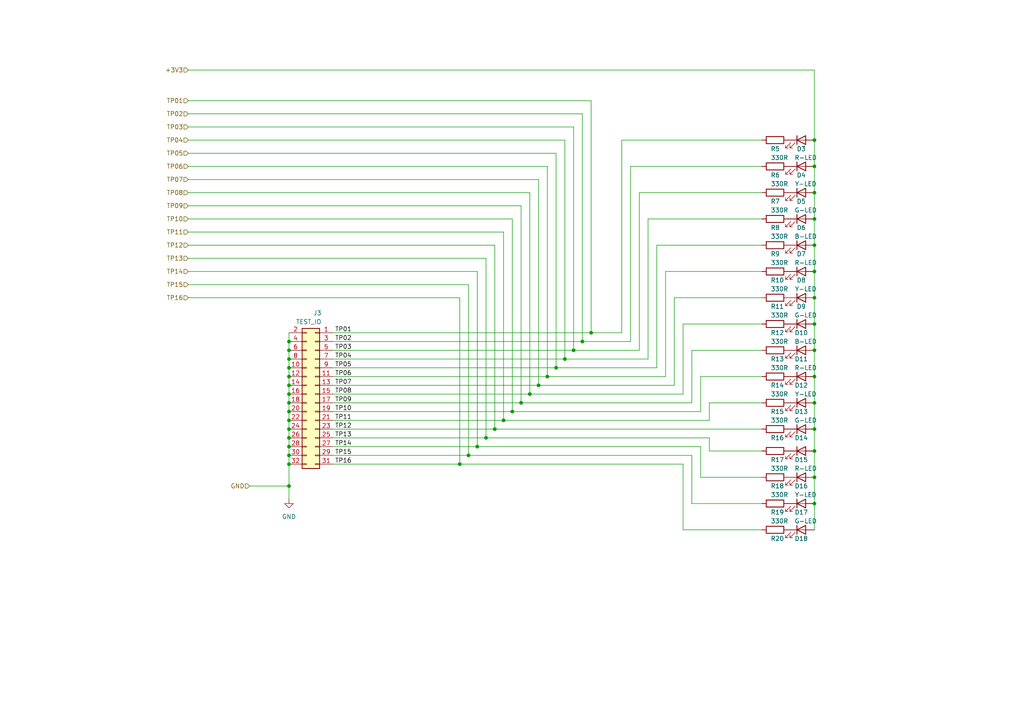
<source format=kicad_sch>
(kicad_sch (version 20230121) (generator eeschema)
  (paper "A4")
  (title_block (title "Test Points") (date "2024-01-10") (rev "R0.1") (company "Up&Up") (comment 1 "Engineer: Pooh Cook") (comment 2 "Waddle Test Design"))
  (lib_symbols
    (symbol "Connector_Generic:Conn_02x16_Odd_Even" (pin_names (offset 1.016) hide)
      (property "Reference" "J" (at 1.27 20.32 0))
      (property "Value" "Conn_02x16_Odd_Even" (at 1.27 -22.86 0))
      (symbol "Conn_02x16_Odd_Even_1_1"
        (rectangle (start -1.27 -20.193) (end 0 -20.447) (stroke (width 0.1524)))
        (rectangle (start -1.27 -17.653) (end 0 -17.907) (stroke (width 0.1524)))
        (rectangle (start -1.27 -15.113) (end 0 -15.367) (stroke (width 0.1524)))
        (rectangle (start -1.27 -12.573) (end 0 -12.827) (stroke (width 0.1524)))
        (rectangle (start -1.27 -10.033) (end 0 -10.287) (stroke (width 0.1524)))
        (rectangle (start -1.27 -7.493) (end 0 -7.747) (stroke (width 0.1524)))
        (rectangle (start -1.27 -4.953) (end 0 -5.207) (stroke (width 0.1524)))
        (rectangle (start -1.27 -2.413) (end 0 -2.667) (stroke (width 0.1524)))
        (rectangle (start -1.27 0.127) (end 0 -0.127) (stroke (width 0.1524)))
        (rectangle (start -1.27 2.667) (end 0 2.413) (stroke (width 0.1524)))
        (rectangle (start -1.27 5.207) (end 0 4.953) (stroke (width 0.1524)))
        (rectangle (start -1.27 7.747) (end 0 7.493) (stroke (width 0.1524)))
        (rectangle (start -1.27 10.287) (end 0 10.033) (stroke (width 0.1524)))
        (rectangle (start -1.27 12.827) (end 0 12.573) (stroke (width 0.1524)))
        (rectangle (start -1.27 15.367) (end 0 15.113) (stroke (width 0.1524)))
        (rectangle (start -1.27 17.907) (end 0 17.653) (stroke (width 0.1524)))
        (rectangle (start -1.27 19.05) (end 3.81 -21.59) (stroke (width 0.254)) (fill (type background)))
        (rectangle (start 3.81 -20.193) (end 2.54 -20.447) (stroke (width 0.1524)))
        (rectangle (start 3.81 -17.653) (end 2.54 -17.907) (stroke (width 0.1524)))
        (rectangle (start 3.81 -15.113) (end 2.54 -15.367) (stroke (width 0.1524)))
        (rectangle (start 3.81 -12.573) (end 2.54 -12.827) (stroke (width 0.1524)))
        (rectangle (start 3.81 -10.033) (end 2.54 -10.287) (stroke (width 0.1524)))
        (rectangle (start 3.81 -7.493) (end 2.54 -7.747) (stroke (width 0.1524)))
        (rectangle (start 3.81 -4.953) (end 2.54 -5.207) (stroke (width 0.1524)))
        (rectangle (start 3.81 -2.413) (end 2.54 -2.667) (stroke (width 0.1524)))
        (rectangle (start 3.81 0.127) (end 2.54 -0.127) (stroke (width 0.1524)))
        (rectangle (start 3.81 2.667) (end 2.54 2.413) (stroke (width 0.1524)))
        (rectangle (start 3.81 5.207) (end 2.54 4.953) (stroke (width 0.1524)))
        (rectangle (start 3.81 7.747) (end 2.54 7.493) (stroke (width 0.1524)))
        (rectangle (start 3.81 10.287) (end 2.54 10.033) (stroke (width 0.1524)))
        (rectangle (start 3.81 12.827) (end 2.54 12.573) (stroke (width 0.1524)))
        (rectangle (start 3.81 15.367) (end 2.54 15.113) (stroke (width 0.1524)))
        (rectangle (start 3.81 17.907) (end 2.54 17.653) (stroke (width 0.1524)))
        (pin passive line (at -5.08 17.78 0) (length 3.81) (name "Pin_1") (number "1"))
        (pin passive line (at 7.62 7.62 180) (length 3.81) (name "Pin_10") (number "10"))
        (pin passive line (at -5.08 5.08 0) (length 3.81) (name "Pin_11") (number "11"))
        (pin passive line (at 7.62 5.08 180) (length 3.81) (name "Pin_12") (number "12"))
        (pin passive line (at -5.08 2.54 0) (length 3.81) (name "Pin_13") (number "13"))
        (pin passive line (at 7.62 2.54 180) (length 3.81) (name "Pin_14") (number "14"))
        (pin passive line (at -5.08 0 0) (length 3.81) (name "Pin_15") (number "15"))
        (pin passive line (at 7.62 0 180) (length 3.81) (name "Pin_16") (number "16"))
        (pin passive line (at -5.08 -2.54 0) (length 3.81) (name "Pin_17") (number "17"))
        (pin passive line (at 7.62 -2.54 180) (length 3.81) (name "Pin_18") (number "18"))
        (pin passive line (at -5.08 -5.08 0) (length 3.81) (name "Pin_19") (number "19"))
        (pin passive line (at 7.62 17.78 180) (length 3.81) (name "Pin_2") (number "2"))
        (pin passive line (at 7.62 -5.08 180) (length 3.81) (name "Pin_20") (number "20"))
        (pin passive line (at -5.08 -7.62 0) (length 3.81) (name "Pin_21") (number "21"))
        (pin passive line (at 7.62 -7.62 180) (length 3.81) (name "Pin_22") (number "22"))
        (pin passive line (at -5.08 -10.16 0) (length 3.81) (name "Pin_23") (number "23"))
        (pin passive line (at 7.62 -10.16 180) (length 3.81) (name "Pin_24") (number "24"))
        (pin passive line (at -5.08 -12.7 0) (length 3.81) (name "Pin_25") (number "25"))
        (pin passive line (at 7.62 -12.7 180) (length 3.81) (name "Pin_26") (number "26"))
        (pin passive line (at -5.08 -15.24 0) (length 3.81) (name "Pin_27") (number "27"))
        (pin passive line (at 7.62 -15.24 180) (length 3.81) (name "Pin_28") (number "28"))
        (pin passive line (at -5.08 -17.78 0) (length 3.81) (name "Pin_29") (number "29"))
        (pin passive line (at -5.08 15.24 0) (length 3.81) (name "Pin_3") (number "3"))
        (pin passive line (at 7.62 -17.78 180) (length 3.81) (name "Pin_30") (number "30"))
        (pin passive line (at -5.08 -20.32 0) (length 3.81) (name "Pin_31") (number "31"))
        (pin passive line (at 7.62 -20.32 180) (length 3.81) (name "Pin_32") (number "32"))
        (pin passive line (at 7.62 15.24 180) (length 3.81) (name "Pin_4") (number "4"))
        (pin passive line (at -5.08 12.7 0) (length 3.81) (name "Pin_5") (number "5"))
        (pin passive line (at 7.62 12.7 180) (length 3.81) (name "Pin_6") (number "6"))
        (pin passive line (at -5.08 10.16 0) (length 3.81) (name "Pin_7") (number "7"))
        (pin passive line (at 7.62 10.16 180) (length 3.81) (name "Pin_8") (number "8"))
        (pin passive line (at -5.08 7.62 0) (length 3.81) (name "Pin_9") (number "9"))
      )
    )
    (symbol "Device:LED" (pin_numbers hide) (pin_names (offset 1.016) hide)
      (property "Reference" "D" (at 0 2.54 0))
      (property "Value" "LED" (at 0 -2.54 0))
      (symbol "LED_0_1"
        (polyline (pts (xy -1.27 -1.27) (xy -1.27 1.27)) (stroke (width 0.254)))
        (polyline (pts (xy -1.27 0) (xy 1.27 0)))
        (polyline (pts (xy 1.27 -1.27) (xy 1.27 1.27) (xy -1.27 0) (xy 1.27 -1.27)) (stroke (width 0.254)))
        (polyline (pts (xy -3.048 -0.762) (xy -4.572 -2.286) (xy -3.81 -2.286) (xy -4.572 -2.286) (xy -4.572 -1.524)))
        (polyline (pts (xy -1.778 -0.762) (xy -3.302 -2.286) (xy -2.54 -2.286) (xy -3.302 -2.286) (xy -3.302 -1.524)))
      )
      (symbol "LED_1_1"
        (pin passive line (at -3.81 0 0) (length 2.54) (name "K") (number "1"))
        (pin passive line (at 3.81 0 180) (length 2.54) (name "A") (number "2"))
      )
    )
    (symbol "Device:R" (pin_numbers hide) (pin_names (offset 0))
      (property "Reference" "R" (at 2.032 0 90))
      (property "Value" "R" (at 0 0 90))
      (symbol "R_0_1"
        (rectangle (start -1.016 -2.54) (end 1.016 2.54) (stroke (width 0.254)))
      )
      (symbol "R_1_1"
        (pin passive line (at 0 3.81 270) (length 1.27) (name "~") (number "1"))
        (pin passive line (at 0 -3.81 90) (length 1.27) (name "~") (number "2"))
      )
    )
    (symbol "power:GND" (power) (pin_names (offset 0))
      (property "Value" "GND" (at 0 -3.81 0))
      (symbol "GND_0_1"
        (polyline (pts (xy 0 0) (xy 0 -1.27) (xy 1.27 -1.27) (xy 0 -2.54) (xy -1.27 -1.27) (xy 0 -1.27)))
      )
      (symbol "GND_1_1"
        (pin power_in line (at 0 0 270) (length 0) hide (name "GND") (number "1"))
      )
    )
  )
  (junction (at 83.82 114.3))
  (junction (at 140.97 127))
  (junction (at 163.83 104.14))
  (junction (at 236.22 55.88))
  (junction (at 133.35 134.62))
  (junction (at 156.21 111.76))
  (junction (at 236.22 138.43))
  (junction (at 236.22 109.22))
  (junction (at 83.82 99.06))
  (junction (at 148.59 119.38))
  (junction (at 146.05 121.92))
  (junction (at 143.51 124.46))
  (junction (at 83.82 111.76))
  (junction (at 83.82 132.08))
  (junction (at 236.22 146.05))
  (junction (at 83.82 119.38))
  (junction (at 236.22 48.26))
  (junction (at 138.43 129.54))
  (junction (at 236.22 63.5))
  (junction (at 161.29 106.68))
  (junction (at 236.22 93.98))
  (junction (at 236.22 40.64))
  (junction (at 83.82 116.84))
  (junction (at 158.75 109.22))
  (junction (at 236.22 124.46))
  (junction (at 171.45 96.52))
  (junction (at 83.82 134.62))
  (junction (at 168.91 99.06))
  (junction (at 83.82 101.6))
  (junction (at 166.37 101.6))
  (junction (at 83.82 109.22))
  (junction (at 236.22 130.81))
  (junction (at 236.22 86.36))
  (junction (at 83.82 124.46))
  (junction (at 135.89 132.08))
  (junction (at 83.82 106.68))
  (junction (at 83.82 129.54))
  (junction (at 236.22 71.12))
  (junction (at 83.82 127))
  (junction (at 83.82 121.92))
  (junction (at 236.22 78.74))
  (junction (at 83.82 104.14))
  (junction (at 236.22 101.6))
  (junction (at 153.67 114.3))
  (junction (at 83.82 140.97))
  (junction (at 151.13 116.84))
  (junction (at 236.22 116.84))
  (wire (pts (xy 187.96 104.14) (xy 187.96 63.5)))
  (wire (pts (xy 54.61 71.12) (xy 143.51 71.12)))
  (wire (pts (xy 54.61 55.88) (xy 153.67 55.88)))
  (wire (pts (xy 182.88 99.06) (xy 182.88 48.26)))
  (wire (pts (xy 138.43 78.74) (xy 138.43 129.54)))
  (wire (pts (xy 198.12 93.98) (xy 220.98 93.98)))
  (wire (pts (xy 153.67 55.88) (xy 153.67 114.3)))
  (wire (pts (xy 200.66 146.05) (xy 220.98 146.05)))
  (wire (pts (xy 54.61 59.69) (xy 151.13 59.69)))
  (wire (pts (xy 236.22 146.05) (xy 236.22 153.67)))
  (wire (pts (xy 236.22 55.88) (xy 236.22 63.5)))
  (wire (pts (xy 54.61 36.83) (xy 166.37 36.83)))
  (wire (pts (xy 166.37 101.6) (xy 185.42 101.6)))
  (wire (pts (xy 138.43 129.54) (xy 96.52 129.54)))
  (wire (pts (xy 96.52 99.06) (xy 168.91 99.06)))
  (wire (pts (xy 135.89 132.08) (xy 200.66 132.08)))
  (wire (pts (xy 236.22 71.12) (xy 236.22 78.74)))
  (wire (pts (xy 236.22 86.36) (xy 236.22 93.98)))
  (wire (pts (xy 54.61 44.45) (xy 161.29 44.45)))
  (wire (pts (xy 96.52 121.92) (xy 146.05 121.92)))
  (wire (pts (xy 236.22 63.5) (xy 236.22 71.12)))
  (wire (pts (xy 200.66 132.08) (xy 200.66 146.05)))
  (wire (pts (xy 151.13 59.69) (xy 151.13 116.84)))
  (wire (pts (xy 96.52 101.6) (xy 166.37 101.6)))
  (wire (pts (xy 161.29 44.45) (xy 161.29 106.68)))
  (wire (pts (xy 54.61 67.31) (xy 146.05 67.31)))
  (wire (pts (xy 96.52 116.84) (xy 151.13 116.84)))
  (wire (pts (xy 205.74 127) (xy 205.74 130.81)))
  (wire (pts (xy 185.42 55.88) (xy 220.98 55.88)))
  (wire (pts (xy 205.74 121.92) (xy 205.74 116.84)))
  (wire (pts (xy 161.29 106.68) (xy 190.5 106.68)))
  (wire (pts (xy 236.22 124.46) (xy 236.22 130.81)))
  (wire (pts (xy 96.52 127) (xy 140.97 127)))
  (wire (pts (xy 203.2 119.38) (xy 203.2 109.22)))
  (wire (pts (xy 96.52 124.46) (xy 143.51 124.46)))
  (wire (pts (xy 158.75 109.22) (xy 193.04 109.22)))
  (wire (pts (xy 171.45 96.52) (xy 180.34 96.52)))
  (wire (pts (xy 54.61 52.07) (xy 156.21 52.07)))
  (wire (pts (xy 156.21 52.07) (xy 156.21 111.76)))
  (wire (pts (xy 195.58 86.36) (xy 220.98 86.36)))
  (wire (pts (xy 190.5 106.68) (xy 190.5 71.12)))
  (wire (pts (xy 96.52 109.22) (xy 158.75 109.22)))
  (wire (pts (xy 83.82 104.14) (xy 83.82 106.68)))
  (wire (pts (xy 133.35 134.62) (xy 198.12 134.62)))
  (wire (pts (xy 151.13 116.84) (xy 200.66 116.84)))
  (wire (pts (xy 83.82 114.3) (xy 83.82 116.84)))
  (wire (pts (xy 83.82 96.52) (xy 83.82 99.06)))
  (wire (pts (xy 198.12 114.3) (xy 198.12 93.98)))
  (wire (pts (xy 83.82 140.97) (xy 83.82 144.78)))
  (wire (pts (xy 143.51 124.46) (xy 220.98 124.46)))
  (wire (pts (xy 203.2 138.43) (xy 203.2 129.54)))
  (wire (pts (xy 158.75 48.26) (xy 158.75 109.22)))
  (wire (pts (xy 236.22 93.98) (xy 236.22 101.6)))
  (wire (pts (xy 133.35 134.62) (xy 96.52 134.62)))
  (wire (pts (xy 96.52 96.52) (xy 171.45 96.52)))
  (wire (pts (xy 54.61 86.36) (xy 133.35 86.36)))
  (wire (pts (xy 96.52 106.68) (xy 161.29 106.68)))
  (wire (pts (xy 236.22 48.26) (xy 236.22 40.64)))
  (wire (pts (xy 140.97 127) (xy 205.74 127)))
  (wire (pts (xy 205.74 116.84) (xy 220.98 116.84)))
  (wire (pts (xy 54.61 78.74) (xy 138.43 78.74)))
  (wire (pts (xy 133.35 86.36) (xy 133.35 134.62)))
  (wire (pts (xy 54.61 63.5) (xy 148.59 63.5)))
  (wire (pts (xy 148.59 119.38) (xy 203.2 119.38)))
  (wire (pts (xy 96.52 104.14) (xy 163.83 104.14)))
  (wire (pts (xy 156.21 111.76) (xy 195.58 111.76)))
  (wire (pts (xy 236.22 20.32) (xy 54.61 20.32)))
  (wire (pts (xy 96.52 111.76) (xy 156.21 111.76)))
  (wire (pts (xy 180.34 96.52) (xy 180.34 40.64)))
  (wire (pts (xy 166.37 36.83) (xy 166.37 101.6)))
  (wire (pts (xy 83.82 134.62) (xy 83.82 140.97)))
  (wire (pts (xy 83.82 124.46) (xy 83.82 127)))
  (wire (pts (xy 83.82 132.08) (xy 83.82 134.62)))
  (wire (pts (xy 148.59 63.5) (xy 148.59 119.38)))
  (wire (pts (xy 163.83 104.14) (xy 187.96 104.14)))
  (wire (pts (xy 83.82 129.54) (xy 83.82 132.08)))
  (wire (pts (xy 182.88 48.26) (xy 220.98 48.26)))
  (wire (pts (xy 220.98 153.67) (xy 198.12 153.67)))
  (wire (pts (xy 54.61 82.55) (xy 135.89 82.55)))
  (wire (pts (xy 168.91 33.02) (xy 168.91 99.06)))
  (wire (pts (xy 171.45 29.21) (xy 171.45 96.52)))
  (wire (pts (xy 138.43 129.54) (xy 203.2 129.54)))
  (wire (pts (xy 83.82 116.84) (xy 83.82 119.38)))
  (wire (pts (xy 83.82 101.6) (xy 83.82 104.14)))
  (wire (pts (xy 185.42 101.6) (xy 185.42 55.88)))
  (wire (pts (xy 193.04 78.74) (xy 220.98 78.74)))
  (wire (pts (xy 153.67 114.3) (xy 198.12 114.3)))
  (wire (pts (xy 96.52 132.08) (xy 135.89 132.08)))
  (wire (pts (xy 195.58 111.76) (xy 195.58 86.36)))
  (wire (pts (xy 54.61 33.02) (xy 168.91 33.02)))
  (wire (pts (xy 236.22 20.32) (xy 236.22 40.64)))
  (wire (pts (xy 200.66 116.84) (xy 200.66 101.6)))
  (wire (pts (xy 140.97 74.93) (xy 140.97 127)))
  (wire (pts (xy 54.61 29.21) (xy 171.45 29.21)))
  (wire (pts (xy 200.66 101.6) (xy 220.98 101.6)))
  (wire (pts (xy 236.22 109.22) (xy 236.22 116.84)))
  (wire (pts (xy 236.22 116.84) (xy 236.22 124.46)))
  (wire (pts (xy 203.2 109.22) (xy 220.98 109.22)))
  (wire (pts (xy 190.5 71.12) (xy 220.98 71.12)))
  (wire (pts (xy 135.89 82.55) (xy 135.89 132.08)))
  (wire (pts (xy 83.82 127) (xy 83.82 129.54)))
  (wire (pts (xy 220.98 138.43) (xy 203.2 138.43)))
  (wire (pts (xy 83.82 111.76) (xy 83.82 114.3)))
  (wire (pts (xy 143.51 71.12) (xy 143.51 124.46)))
  (wire (pts (xy 96.52 114.3) (xy 153.67 114.3)))
  (wire (pts (xy 83.82 99.06) (xy 83.82 101.6)))
  (wire (pts (xy 83.82 121.92) (xy 83.82 124.46)))
  (wire (pts (xy 180.34 40.64) (xy 220.98 40.64)))
  (wire (pts (xy 83.82 106.68) (xy 83.82 109.22)))
  (wire (pts (xy 83.82 109.22) (xy 83.82 111.76)))
  (wire (pts (xy 163.83 40.64) (xy 163.83 104.14)))
  (wire (pts (xy 54.61 40.64) (xy 163.83 40.64)))
  (wire (pts (xy 187.96 63.5) (xy 220.98 63.5)))
  (wire (pts (xy 146.05 121.92) (xy 205.74 121.92)))
  (wire (pts (xy 236.22 109.22) (xy 236.22 101.6)))
  (wire (pts (xy 168.91 99.06) (xy 182.88 99.06)))
  (wire (pts (xy 205.74 130.81) (xy 220.98 130.81)))
  (wire (pts (xy 193.04 109.22) (xy 193.04 78.74)))
  (wire (pts (xy 54.61 74.93) (xy 140.97 74.93)))
  (wire (pts (xy 236.22 78.74) (xy 236.22 86.36)))
  (wire (pts (xy 96.52 119.38) (xy 148.59 119.38)))
  (wire (pts (xy 146.05 67.31) (xy 146.05 121.92)))
  (wire (pts (xy 72.39 140.97) (xy 83.82 140.97)))
  (wire (pts (xy 236.22 138.43) (xy 236.22 130.81)))
  (wire (pts (xy 236.22 138.43) (xy 236.22 146.05)))
  (wire (pts (xy 198.12 153.67) (xy 198.12 134.62)))
  (wire (pts (xy 54.61 48.26) (xy 158.75 48.26)))
  (wire (pts (xy 236.22 48.26) (xy 236.22 55.88)))
  (wire (pts (xy 83.82 119.38) (xy 83.82 121.92)))
  (label "TP10" (at 97.155 119.38 0))
  (label "TP13" (at 97.155 127 0))
  (label "TP03" (at 97.155 101.6 0))
  (label "TP11" (at 97.155 121.92 0))
  (label "TP12" (at 97.155 124.46 0))
  (label "TP07" (at 97.155 111.76 0))
  (label "TP04" (at 97.155 104.14 0))
  (label "TP05" (at 97.155 106.68 0))
  (label "TP01" (at 97.155 96.52 0))
  (label "TP09" (at 97.155 116.84 0))
  (label "TP15" (at 97.155 132.08 0))
  (label "TP02" (at 97.155 99.06 0))
  (label "TP16" (at 97.155 134.62 0))
  (label "TP08" (at 97.155 114.3 0))
  (label "TP06" (at 97.155 109.22 0))
  (label "TP14" (at 97.155 129.54 0))
  (hierarchical_label "TP12" (shape input) (at 54.61 71.12 180))
  (hierarchical_label "TP05" (shape input) (at 54.61 44.45 180))
  (hierarchical_label "TP02" (shape input) (at 54.61 33.02 180))
  (hierarchical_label "TP04" (shape input) (at 54.61 40.64 180))
  (hierarchical_label "TP11" (shape input) (at 54.61 67.31 180))
  (hierarchical_label "GND" (shape input) (at 72.39 140.97 180))
  (hierarchical_label "TP13" (shape input) (at 54.61 74.93 180))
  (hierarchical_label "TP01" (shape input) (at 54.61 29.21 180))
  (hierarchical_label "+3V3" (shape input) (at 54.61 20.32 180))
  (hierarchical_label "TP14" (shape input) (at 54.61 78.74 180))
  (hierarchical_label "TP06" (shape input) (at 54.61 48.26 180))
  (hierarchical_label "TP10" (shape input) (at 54.61 63.5 180))
  (hierarchical_label "TP08" (shape input) (at 54.61 55.88 180))
  (hierarchical_label "TP03" (shape input) (at 54.61 36.83 180))
  (hierarchical_label "TP16" (shape input) (at 54.61 86.36 180))
  (hierarchical_label "TP07" (shape input) (at 54.61 52.07 180))
  (hierarchical_label "TP15" (shape input) (at 54.61 82.55 180))
  (hierarchical_label "TP09" (shape input) (at 54.61 59.69 180))
  (symbol (lib_id "Device:R") (at 224.79 40.64 270) (unit 1)
    (property "Reference" "R5" (at 223.52 43.18 90) (effects (justify left)))
    (property "Value" "330R" (at 223.52 45.72 90) (effects (justify left)))
    (property "Footprint" "Resistor_SMD:R_0603_1608Metric" (effects hide))
    (property "PartNumber" "0603WAF3300T5E" (effects hide))
    (property "LCSC Part Number" "C23138" (effects hide))
    (property "cost" "0.0012" (effects hide))
    (instances (project "waddle" (path "" (reference "R5") (unit 1))) (project "SCH_SB4_DevConnector" (path "" (reference "R10") (unit 1))) (project "SCH_SB4_TestFixture" (path "" (reference "R10") (unit 1))) (project "lumpy" (path "" (reference "R7") (unit 1))))
  )
  (symbol (lib_id "Device:LED") (at 232.41 40.64 0) (unit 1)
    (property "Reference" "D3" (at 232.41 43.18 0))
    (property "Value" "R-LED" (at 233.68 45.72 0))
    (property "Footprint" "Diode_SMD:D_0603_1608Metric" (effects hide))
    (property "LCSC Part Number" "C2286" (effects hide))
    (property "PartNumber" "KT-0603R" (effects hide))
    (property "cost" "0.0031" (effects hide))
    (instances (project "waddle" (path "" (reference "D3") (unit 1))) (project "SCH_SB4_DevConnector" (path "" (reference "D23") (unit 1))) (project "SCH_SB4_TestFixture" (path "" (reference "D23") (unit 1))) (project "lumpy" (path "" (reference "D4") (unit 1))))
  )
  (symbol (lib_id "Device:R") (at 224.79 48.26 270) (unit 1)
    (property "Reference" "R6" (at 223.52 50.8 90) (effects (justify left)))
    (property "Value" "330R" (at 223.52 53.34 90) (effects (justify left)))
    (property "Footprint" "Resistor_SMD:R_0603_1608Metric" (effects hide))
    (property "PartNumber" "0603WAF3300T5E" (effects hide))
    (property "LCSC Part Number" "C23138" (effects hide))
    (property "cost" "0.0012" (effects hide))
    (instances (project "waddle" (path "" (reference "R6") (unit 1))) (project "SCH_SB4_DevConnector" (path "" (reference "R11") (unit 1))) (project "SCH_SB4_TestFixture" (path "" (reference "R11") (unit 1))) (project "lumpy" (path "" (reference "R8") (unit 1))))
  )
  (symbol (lib_id "Device:LED") (at 232.41 48.26 0) (unit 1)
    (property "Reference" "D4" (at 232.41 50.8 0))
    (property "Value" "Y-LED" (at 233.68 53.34 0))
    (property "Footprint" "Diode_SMD:D_0603_1608Metric" (effects hide))
    (property "LCSC Part Number" "C72038" (effects hide))
    (property "PartNumber" "19-213/Y2C-CQ2R2L/3T(CY)" (effects hide))
    (property "cost" "0.014" (effects hide))
    (instances (project "waddle" (path "" (reference "D4") (unit 1))) (project "SCH_SB4_DevConnector" (path "" (reference "D24") (unit 1))) (project "SCH_SB4_TestFixture" (path "" (reference "D24") (unit 1))) (project "lumpy" (path "" (reference "D5") (unit 1))))
  )
  (symbol (lib_id "Device:R") (at 224.79 55.88 270) (unit 1)
    (property "Reference" "R7" (at 223.52 58.42 90) (effects (justify left)))
    (property "Value" "330R" (at 223.52 60.96 90) (effects (justify left)))
    (property "Footprint" "Resistor_SMD:R_0603_1608Metric" (effects hide))
    (property "PartNumber" "0603WAF3300T5E" (effects hide))
    (property "LCSC Part Number" "C23138" (effects hide))
    (property "cost" "0.0012" (effects hide))
    (instances (project "waddle" (path "" (reference "R7") (unit 1))) (project "SCH_SB4_DevConnector" (path "" (reference "R12") (unit 1))) (project "SCH_SB4_TestFixture" (path "" (reference "R12") (unit 1))) (project "lumpy" (path "" (reference "R9") (unit 1))))
  )
  (symbol (lib_id "Device:LED") (at 232.41 55.88 0) (unit 1)
    (property "Reference" "D5" (at 232.41 58.42 0))
    (property "Value" "G-LED" (at 233.68 60.96 0))
    (property "Footprint" "Diode_SMD:D_0603_1608Metric" (effects hide))
    (property "LCSC Part Number" "C72043" (effects hide))
    (property "PartNumber" "19-217/GHC-YR1S2/3T" (effects hide))
    (property "cost" "0.016" (effects hide))
    (instances (project "waddle" (path "" (reference "D5") (unit 1))) (project "SCH_SB4_DevConnector" (path "" (reference "D25") (unit 1))) (project "SCH_SB4_TestFixture" (path "" (reference "D25") (unit 1))) (project "lumpy" (path "" (reference "D6") (unit 1))))
  )
  (symbol (lib_id "Device:R") (at 224.79 63.5 270) (unit 1)
    (property "Reference" "R8" (at 223.52 66.04 90) (effects (justify left)))
    (property "Value" "330R" (at 223.52 68.58 90) (effects (justify left)))
    (property "Footprint" "Resistor_SMD:R_0603_1608Metric" (effects hide))
    (property "PartNumber" "0603WAF3300T5E" (effects hide))
    (property "LCSC Part Number" "C23138" (effects hide))
    (property "cost" "0.0012" (effects hide))
    (instances (project "waddle" (path "" (reference "R8") (unit 1))) (project "SCH_SB4_DevConnector" (path "" (reference "R13") (unit 1))) (project "SCH_SB4_TestFixture" (path "" (reference "R13") (unit 1))) (project "lumpy" (path "" (reference "R10") (unit 1))))
  )
  (symbol (lib_id "Device:LED") (at 232.41 63.5 0) (unit 1)
    (property "Reference" "D6" (at 232.41 66.04 0))
    (property "Value" "B-LED" (at 233.68 68.58 0))
    (property "Footprint" "Diode_SMD:D_0603_1608Metric" (effects hide))
    (property "LCSC Part Number" "C72041" (effects hide))
    (property "PartNumber" "19-217/BHC-ZL1M2RY/3T" (effects hide))
    (property "cost" "0.0111" (effects hide))
    (instances (project "waddle" (path "" (reference "D6") (unit 1))) (project "SCH_SB4_DevConnector" (path "" (reference "D26") (unit 1))) (project "SCH_SB4_TestFixture" (path "" (reference "D26") (unit 1))) (project "lumpy" (path "" (reference "D7") (unit 1))))
  )
  (symbol (lib_id "Device:R") (at 224.79 71.12 270) (unit 1)
    (property "Reference" "R9" (at 223.52 73.66 90) (effects (justify left)))
    (property "Value" "330R" (at 223.52 76.2 90) (effects (justify left)))
    (property "Footprint" "Resistor_SMD:R_0603_1608Metric" (effects hide))
    (property "PartNumber" "0603WAF3300T5E" (effects hide))
    (property "LCSC Part Number" "C23138" (effects hide))
    (property "cost" "0.0012" (effects hide))
    (instances (project "waddle" (path "" (reference "R9") (unit 1))) (project "SCH_SB4_DevConnector" (path "" (reference "R14") (unit 1))) (project "SCH_SB4_TestFixture" (path "" (reference "R14") (unit 1))) (project "lumpy" (path "" (reference "R11") (unit 1))))
  )
  (symbol (lib_id "Device:LED") (at 232.41 71.12 0) (unit 1)
    (property "Reference" "D7" (at 232.41 73.66 0))
    (property "Value" "R-LED" (at 233.68 76.2 0))
    (property "Footprint" "Diode_SMD:D_0603_1608Metric" (effects hide))
    (property "LCSC Part Number" "C2286" (effects hide))
    (property "PartNumber" "KT-0603R" (effects hide))
    (property "cost" "0.0031" (effects hide))
    (instances (project "waddle" (path "" (reference "D7") (unit 1))) (project "SCH_SB4_DevConnector" (path "" (reference "D27") (unit 1))) (project "SCH_SB4_TestFixture" (path "" (reference "D27") (unit 1))) (project "lumpy" (path "" (reference "D8") (unit 1))))
  )
  (symbol (lib_id "Device:R") (at 224.79 78.74 270) (unit 1)
    (property "Reference" "R10" (at 223.52 81.28 90) (effects (justify left)))
    (property "Value" "330R" (at 223.52 83.82 90) (effects (justify left)))
    (property "Footprint" "Resistor_SMD:R_0603_1608Metric" (effects hide))
    (property "PartNumber" "0603WAF3300T5E" (effects hide))
    (property "LCSC Part Number" "C23138" (effects hide))
    (property "cost" "0.0012" (effects hide))
    (instances (project "waddle" (path "" (reference "R10") (unit 1))) (project "SCH_SB4_DevConnector" (path "" (reference "R15") (unit 1))) (project "SCH_SB4_TestFixture" (path "" (reference "R15") (unit 1))) (project "lumpy" (path "" (reference "R12") (unit 1))))
  )
  (symbol (lib_id "Device:LED") (at 232.41 78.74 0) (unit 1)
    (property "Reference" "D8" (at 232.41 81.28 0))
    (property "Value" "Y-LED" (at 233.68 83.82 0))
    (property "Footprint" "Diode_SMD:D_0603_1608Metric" (effects hide))
    (property "LCSC Part Number" "C72038" (effects hide))
    (property "PartNumber" "19-213/Y2C-CQ2R2L/3T(CY)" (effects hide))
    (property "cost" "0.014" (effects hide))
    (instances (project "waddle" (path "" (reference "D8") (unit 1))) (project "SCH_SB4_DevConnector" (path "" (reference "D28") (unit 1))) (project "SCH_SB4_TestFixture" (path "" (reference "D28") (unit 1))) (project "lumpy" (path "" (reference "D9") (unit 1))))
  )
  (symbol (lib_id "Device:R") (at 224.79 86.36 270) (unit 1)
    (property "Reference" "R11" (at 223.52 88.9 90) (effects (justify left)))
    (property "Value" "330R" (at 223.52 91.44 90) (effects (justify left)))
    (property "Footprint" "Resistor_SMD:R_0603_1608Metric" (effects hide))
    (property "PartNumber" "0603WAF3300T5E" (effects hide))
    (property "LCSC Part Number" "C23138" (effects hide))
    (property "cost" "0.0012" (effects hide))
    (instances (project "waddle" (path "" (reference "R11") (unit 1))) (project "SCH_SB4_DevConnector" (path "" (reference "R16") (unit 1))) (project "SCH_SB4_TestFixture" (path "" (reference "R92") (unit 1))) (project "lumpy" (path "" (reference "R13") (unit 1))))
  )
  (symbol (lib_id "Device:LED") (at 232.41 86.36 0) (unit 1)
    (property "Reference" "D9" (at 232.41 88.9 0))
    (property "Value" "G-LED" (at 233.68 91.44 0))
    (property "Footprint" "Diode_SMD:D_0603_1608Metric" (effects hide))
    (property "LCSC Part Number" "C72043" (effects hide))
    (property "PartNumber" "19-217/GHC-YR1S2/3T" (effects hide))
    (property "cost" "0.016" (effects hide))
    (instances (project "waddle" (path "" (reference "D9") (unit 1))) (project "SCH_SB4_DevConnector" (path "" (reference "D29") (unit 1))) (project "SCH_SB4_TestFixture" (path "" (reference "D29") (unit 1))) (project "lumpy" (path "" (reference "D10") (unit 1))))
  )
  (symbol (lib_id "Device:R") (at 224.79 93.98 270) (unit 1)
    (property "Reference" "R12" (at 223.52 96.52 90) (effects (justify left)))
    (property "Value" "330R" (at 223.52 99.06 90) (effects (justify left)))
    (property "Footprint" "Resistor_SMD:R_0603_1608Metric" (effects hide))
    (property "PartNumber" "0603WAF3300T5E" (effects hide))
    (property "LCSC Part Number" "C23138" (effects hide))
    (property "cost" "0.0012" (effects hide))
    (instances (project "waddle" (path "" (reference "R12") (unit 1))) (project "SCH_SB4_DevConnector" (path "" (reference "R17") (unit 1))) (project "SCH_SB4_TestFixture" (path "" (reference "R93") (unit 1))) (project "lumpy" (path "" (reference "R14") (unit 1))))
  )
  (symbol (lib_id "Device:LED") (at 232.41 93.98 0) (unit 1)
    (property "Reference" "D10" (at 232.41 96.52 0))
    (property "Value" "B-LED" (at 233.68 99.06 0))
    (property "Footprint" "Diode_SMD:D_0603_1608Metric" (effects hide))
    (property "LCSC Part Number" "C72041" (effects hide))
    (property "PartNumber" "19-217/BHC-ZL1M2RY/3T" (effects hide))
    (property "cost" "0.0111" (effects hide))
    (instances (project "waddle" (path "" (reference "D10") (unit 1))) (project "SCH_SB4_DevConnector" (path "" (reference "D30") (unit 1))) (project "SCH_SB4_TestFixture" (path "" (reference "D30") (unit 1))) (project "lumpy" (path "" (reference "D11") (unit 1))))
  )
  (symbol (lib_id "Device:R") (at 224.79 130.81 270) (unit 1)
    (property "Reference" "R17" (at 223.52 133.35 90) (effects (justify left)))
    (property "Value" "330R" (at 223.52 135.89 90) (effects (justify left)))
    (property "Footprint" "Resistor_SMD:R_0603_1608Metric" (effects hide))
    (property "PartNumber" "0603WAF3300T5E" (effects hide))
    (property "LCSC Part Number" "C23138" (effects hide))
    (property "cost" "0.0012" (effects hide))
    (instances (project "waddle" (path "" (reference "R17") (unit 1))) (project "SCH_SB4_DevConnector" (path "" (reference "R2") (unit 1))) (project "SCH_SB4_TestFixture" (path "" (reference "R2") (unit 1))) (project "lumpy" (path "" (reference "R19") (unit 1))))
  )
  (symbol (lib_id "Device:R") (at 224.79 124.46 270) (unit 1)
    (property "Reference" "R16" (at 223.52 127 90) (effects (justify left)))
    (property "Value" "330R" (effects hide))
    (property "Footprint" "Resistor_SMD:R_0603_1608Metric" (effects hide))
    (property "PartNumber" "0603WAF3300T5E" (effects hide))
    (property "LCSC Part Number" "C23138" (effects hide))
    (property "cost" "0.0012" (effects hide))
    (instances (project "waddle" (path "" (reference "R16") (unit 1))) (project "SCH_SB4_DevConnector" (path "" (reference "R5") (unit 1))) (project "SCH_SB4_TestFixture" (path "" (reference "R94") (unit 1))) (project "lumpy" (path "" (reference "R18") (unit 1))))
  )
  (symbol (lib_id "power:GND") (at 83.82 144.78 0) (unit 1)
    (property "Reference" "#PWR03" (effects hide))
    (property "Value" "GND" (at 83.82 149.86 0))
    (instances (project "waddle" (path "" (reference "#PWR03") (unit 1))) (project "lumpy" (path "" (reference "#PWR015") (unit 1))))
  )
  (symbol (lib_id "Device:R") (at 224.79 146.05 270) (unit 1)
    (property "Reference" "R19" (at 223.52 148.59 90) (effects (justify left)))
    (property "Value" "330R" (at 223.52 151.13 90) (effects (justify left)))
    (property "Footprint" "Resistor_SMD:R_0603_1608Metric" (effects hide))
    (property "PartNumber" "0603WAF3300T5E" (effects hide))
    (property "LCSC Part Number" "C23138" (effects hide))
    (property "cost" "0.0012" (effects hide))
    (instances (project "waddle" (path "" (reference "R19") (unit 1))) (project "SCH_SB4_DevConnector" (path "" (reference "R4") (unit 1))) (project "SCH_SB4_TestFixture" (path "" (reference "R4") (unit 1))) (project "lumpy" (path "" (reference "R21") (unit 1))))
  )
  (symbol (lib_id "Device:R") (at 224.79 138.43 270) (unit 1)
    (property "Reference" "R18" (at 223.52 140.97 90) (effects (justify left)))
    (property "Value" "330R" (at 223.52 143.51 90) (effects (justify left)))
    (property "Footprint" "Resistor_SMD:R_0603_1608Metric" (effects hide))
    (property "PartNumber" "0603WAF3300T5E" (effects hide))
    (property "LCSC Part Number" "C23138" (effects hide))
    (property "cost" "0.0012" (effects hide))
    (instances (project "waddle" (path "" (reference "R18") (unit 1))) (project "SCH_SB4_DevConnector" (path "" (reference "R3") (unit 1))) (project "SCH_SB4_TestFixture" (path "" (reference "R3") (unit 1))) (project "lumpy" (path "" (reference "R20") (unit 1))))
  )
  (symbol (lib_id "Device:R") (at 224.79 101.6 270) (unit 1)
    (property "Reference" "R13" (at 223.52 104.14 90) (effects (justify left)))
    (property "Value" "330R" (at 223.52 106.68 90) (effects (justify left)))
    (property "Footprint" "Resistor_SMD:R_0603_1608Metric" (effects hide))
    (property "PartNumber" "0603WAF3300T5E" (effects hide))
    (property "LCSC Part Number" "C23138" (effects hide))
    (property "cost" "0.0012" (effects hide))
    (instances (project "waddle" (path "" (reference "R13") (unit 1))) (project "SCH_SB4_DevConnector" (path "" (reference "R2") (unit 1))) (project "SCH_SB4_TestFixture" (path "" (reference "R2") (unit 1))) (project "lumpy" (path "" (reference "R15") (unit 1))))
  )
  (symbol (lib_id "Device:LED") (at 232.41 116.84 0) (unit 1)
    (property "Reference" "D13" (at 232.41 119.38 0))
    (property "Value" "G-LED" (at 233.68 121.92 0))
    (property "Footprint" "Diode_SMD:D_0603_1608Metric" (effects hide))
    (property "LCSC Part Number" "C72043" (effects hide))
    (property "PartNumber" "19-217/GHC-YR1S2/3T" (effects hide))
    (property "cost" "0.016" (effects hide))
    (instances (project "waddle" (path "" (reference "D13") (unit 1))) (project "SCH_SB4_DevConnector" (path "" (reference "D15") (unit 1))) (project "SCH_SB4_TestFixture" (path "" (reference "D15") (unit 1))) (project "lumpy" (path "" (reference "D14") (unit 1))))
  )
  (symbol (lib_id "Connector_Generic:Conn_02x16_Odd_Even") (at 91.44 114.3 0) (mirror y) (unit 1)
    (property "Reference" "J3" (at 92.075 90.805 0))
    (property "Value" "TEST_IO" (at 89.535 93.345 0))
    (property "Footprint" "local:PinHeader_2x16_P2.54mm_Vertical" (effects hide))
    (instances (project "waddle" (path "" (reference "J3") (unit 1))) (project "SCH_SB4_DevConnector" (path "" (reference "J2") (unit 1))) (project "SCH_SB4_TestFixture" (path "" (reference "J7") (unit 1)) (path "" (reference "J8") (unit 1))) (project "lumpy" (path "" (reference "J7") (unit 1))))
  )
  (symbol (lib_id "Device:R") (at 224.79 116.84 270) (unit 1)
    (property "Reference" "R15" (at 223.52 119.38 90) (effects (justify left)))
    (property "Value" "330R" (at 223.52 121.92 90) (effects (justify left)))
    (property "Footprint" "Resistor_SMD:R_0603_1608Metric" (effects hide))
    (property "PartNumber" "0603WAF3300T5E" (effects hide))
    (property "LCSC Part Number" "C23138" (effects hide))
    (property "cost" "0.0012" (effects hide))
    (instances (project "waddle" (path "" (reference "R15") (unit 1))) (project "SCH_SB4_DevConnector" (path "" (reference "R4") (unit 1))) (project "SCH_SB4_TestFixture" (path "" (reference "R4") (unit 1))) (project "lumpy" (path "" (reference "R17") (unit 1))))
  )
  (symbol (lib_id "Device:LED") (at 232.41 138.43 0) (unit 1)
    (property "Reference" "D16" (at 232.41 140.97 0))
    (property "Value" "Y-LED" (at 233.68 143.51 0))
    (property "Footprint" "Diode_SMD:D_0603_1608Metric" (effects hide))
    (property "LCSC Part Number" "C72038" (effects hide))
    (property "PartNumber" "19-213/Y2C-CQ2R2L/3T(CY)" (effects hide))
    (property "cost" "0.014" (effects hide))
    (instances (project "waddle" (path "" (reference "D16") (unit 1))) (project "SCH_SB4_DevConnector" (path "" (reference "D14") (unit 1))) (project "SCH_SB4_TestFixture" (path "" (reference "D14") (unit 1))) (project "lumpy" (path "" (reference "D17") (unit 1))))
  )
  (symbol (lib_id "Device:LED") (at 232.41 153.67 0) (unit 1)
    (property "Reference" "D18" (at 232.41 156.21 0))
    (property "Value" "B-LED" (effects hide))
    (property "Footprint" "Diode_SMD:D_0603_1608Metric" (effects hide))
    (property "LCSC Part Number" "C72041" (effects hide))
    (property "PartNumber" "19-217/BHC-ZL1M2RY/3T" (effects hide))
    (property "cost" "0.0111" (effects hide))
    (instances (project "waddle" (path "" (reference "D18") (unit 1))) (project "SCH_SB4_DevConnector" (path "" (reference "D16") (unit 1))) (project "SCH_SB4_TestFixture" (path "" (reference "D16") (unit 1))) (project "lumpy" (path "" (reference "D19") (unit 1))))
  )
  (symbol (lib_id "Device:R") (at 224.79 153.67 270) (unit 1)
    (property "Reference" "R20" (at 223.52 156.21 90) (effects (justify left)))
    (property "Value" "330R" (effects hide))
    (property "Footprint" "Resistor_SMD:R_0603_1608Metric" (effects hide))
    (property "PartNumber" "0603WAF3300T5E" (effects hide))
    (property "LCSC Part Number" "C23138" (effects hide))
    (property "cost" "0.0012" (effects hide))
    (instances (project "waddle" (path "" (reference "R20") (unit 1))) (project "SCH_SB4_DevConnector" (path "" (reference "R5") (unit 1))) (project "SCH_SB4_TestFixture" (path "" (reference "R94") (unit 1))) (project "lumpy" (path "" (reference "R22") (unit 1))))
  )
  (symbol (lib_id "Device:LED") (at 232.41 146.05 0) (unit 1)
    (property "Reference" "D17" (at 232.41 148.59 0))
    (property "Value" "G-LED" (at 233.68 151.13 0))
    (property "Footprint" "Diode_SMD:D_0603_1608Metric" (effects hide))
    (property "LCSC Part Number" "C72043" (effects hide))
    (property "PartNumber" "19-217/GHC-YR1S2/3T" (effects hide))
    (property "cost" "0.016" (effects hide))
    (instances (project "waddle" (path "" (reference "D17") (unit 1))) (project "SCH_SB4_DevConnector" (path "" (reference "D15") (unit 1))) (project "SCH_SB4_TestFixture" (path "" (reference "D15") (unit 1))) (project "lumpy" (path "" (reference "D18") (unit 1))))
  )
  (symbol (lib_id "Device:R") (at 224.79 109.22 270) (unit 1)
    (property "Reference" "R14" (at 223.52 111.76 90) (effects (justify left)))
    (property "Value" "330R" (at 223.52 114.3 90) (effects (justify left)))
    (property "Footprint" "Resistor_SMD:R_0603_1608Metric" (effects hide))
    (property "PartNumber" "0603WAF3300T5E" (effects hide))
    (property "LCSC Part Number" "C23138" (effects hide))
    (property "cost" "0.0012" (effects hide))
    (instances (project "waddle" (path "" (reference "R14") (unit 1))) (project "SCH_SB4_DevConnector" (path "" (reference "R3") (unit 1))) (project "SCH_SB4_TestFixture" (path "" (reference "R3") (unit 1))) (project "lumpy" (path "" (reference "R16") (unit 1))))
  )
  (symbol (lib_id "Device:LED") (at 232.41 109.22 0) (unit 1)
    (property "Reference" "D12" (at 232.41 111.76 0))
    (property "Value" "Y-LED" (at 233.68 114.3 0))
    (property "Footprint" "Diode_SMD:D_0603_1608Metric" (effects hide))
    (property "LCSC Part Number" "C72038" (effects hide))
    (property "PartNumber" "19-213/Y2C-CQ2R2L/3T(CY)" (effects hide))
    (property "cost" "0.014" (effects hide))
    (instances (project "waddle" (path "" (reference "D12") (unit 1))) (project "SCH_SB4_DevConnector" (path "" (reference "D14") (unit 1))) (project "SCH_SB4_TestFixture" (path "" (reference "D14") (unit 1))) (project "lumpy" (path "" (reference "D13") (unit 1))))
  )
  (symbol (lib_id "Device:LED") (at 232.41 101.6 0) (unit 1)
    (property "Reference" "D11" (at 232.41 104.14 0))
    (property "Value" "R-LED" (at 233.68 106.68 0))
    (property "Footprint" "Diode_SMD:D_0603_1608Metric" (effects hide))
    (property "LCSC Part Number" "C2286" (effects hide))
    (property "PartNumber" "KT-0603R" (effects hide))
    (property "cost" "0.0031" (effects hide))
    (instances (project "waddle" (path "" (reference "D11") (unit 1))) (project "SCH_SB4_DevConnector" (path "" (reference "D13") (unit 1))) (project "SCH_SB4_TestFixture" (path "" (reference "D13") (unit 1))) (project "lumpy" (path "" (reference "D12") (unit 1))))
  )
  (symbol (lib_id "Device:LED") (at 232.41 130.81 0) (unit 1)
    (property "Reference" "D15" (at 232.41 133.35 0))
    (property "Value" "R-LED" (at 233.68 135.89 0))
    (property "Footprint" "Diode_SMD:D_0603_1608Metric" (effects hide))
    (property "LCSC Part Number" "C2286" (effects hide))
    (property "PartNumber" "KT-0603R" (effects hide))
    (property "cost" "0.0031" (effects hide))
    (instances (project "waddle" (path "" (reference "D15") (unit 1))) (project "SCH_SB4_DevConnector" (path "" (reference "D13") (unit 1))) (project "SCH_SB4_TestFixture" (path "" (reference "D13") (unit 1))) (project "lumpy" (path "" (reference "D16") (unit 1))))
  )
  (symbol (lib_id "Device:LED") (at 232.41 124.46 0) (unit 1)
    (property "Reference" "D14" (at 232.41 127 0))
    (property "Value" "B-LED" (effects hide))
    (property "Footprint" "Diode_SMD:D_0603_1608Metric" (effects hide))
    (property "LCSC Part Number" "C72041" (effects hide))
    (property "PartNumber" "19-217/BHC-ZL1M2RY/3T" (effects hide))
    (property "cost" "0.0111" (effects hide))
    (instances (project "waddle" (path "" (reference "D14") (unit 1))) (project "SCH_SB4_DevConnector" (path "" (reference "D16") (unit 1))) (project "SCH_SB4_TestFixture" (path "" (reference "D16") (unit 1))) (project "lumpy" (path "" (reference "D15") (unit 1))))
  )
)
</source>
